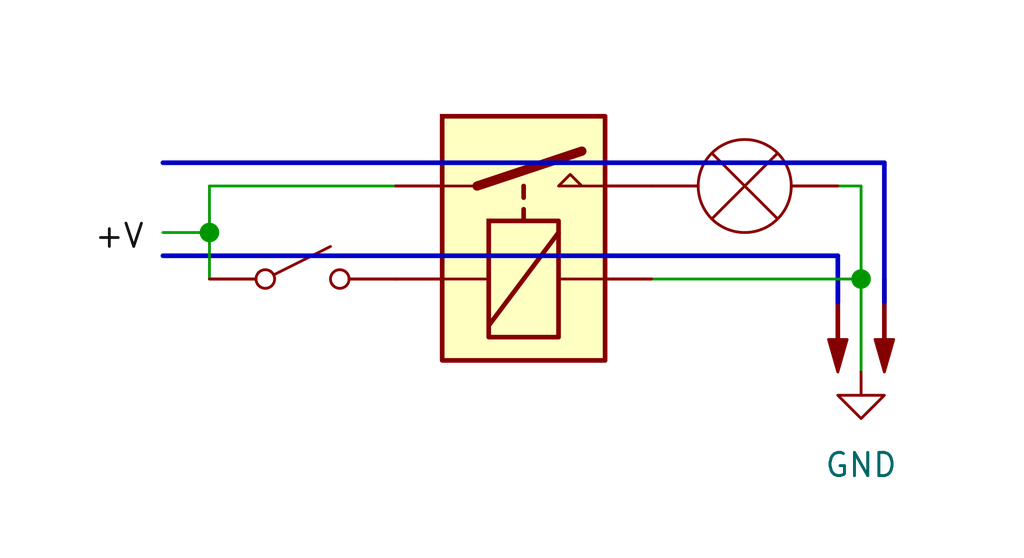
<source format=kicad_sch>
(kicad_sch (version 20250114) (generator "eeschema") (generator_version "9.0")
  (paper "User" 55.88 30.48)
  (lib_symbols
    (symbol "Device:Lamp" (pin_numbers (hide yes)) (pin_names (offset 0.0254) (hide yes))
      (property "Reference" "LA" (at 0.635 3.81 0))
      (property "Value" "Lamp" (at 0.635 -3.81 0))
      (symbol "Lamp_0_1"
        (polyline (pts (xy -1.778 1.778) (xy 1.778 -1.778)))
        (circle (center 0 0) (radius 2.54))
        (polyline (pts (xy 1.778 1.778) (xy -1.778 -1.778)))
      )
      (symbol "Lamp_1_1"
        (pin passive line (at 0 5.08 270) (length 2.54) (name "+") (number "2"))
        (pin passive line (at 0 -5.08 90) (length 2.54) (name "-") (number "1"))
      )
    )
    (symbol "Graphic:SYM_Arrow_Normal" (pin_numbers (hide yes)) (pin_names (hide yes)) (in_bom no) (on_board no)
      (symbol "SYM_Arrow_Normal_0_1"
        (polyline (pts (xy 1.524 0) (xy -2.54 0)) (stroke (width 0.254)))
        (polyline (pts (xy 2.54 0) (xy 0.762 -0.508) (xy 0.762 0.508) (xy 2.54 0)) (fill (type outline)))
      )
    )
    (symbol "SYM_Arrow_Normal_1" (pin_numbers (hide yes)) (pin_names (hide yes)) (in_bom no) (on_board no)
      (symbol "SYM_Arrow_Normal_1_0_1"
        (polyline (pts (xy 1.524 0) (xy -2.54 0)) (stroke (width 0.254)))
        (polyline (pts (xy 2.54 0) (xy 0.762 -0.508) (xy 0.762 0.508) (xy 2.54 0)) (fill (type outline)))
      )
    )
    (symbol "Switch:SW_DPST_x2" (pin_numbers (hide yes)) (pin_names (offset 0) (hide yes))
      (property "Reference" "SW" (at 0 3.175 0))
      (property "Value" "SW_DPST_x2" (at 0 -2.54 0))
      (symbol "SW_DPST_x2_0_0"
        (circle (center -2.032 0) (radius 0.508))
        (polyline (pts (xy -1.524 0.254) (xy 1.524 1.778)))
        (circle (center 2.032 0) (radius 0.508))
      )
      (symbol "SW_DPST_x2_1_1"
        (pin passive line (at -5.08 0 0) (length 2.54) (name "A") (number "1"))
        (pin passive line (at 5.08 0 180) (length 2.54) (name "B") (number "2"))
      )
      (symbol "SW_DPST_x2_2_1"
        (pin passive line (at -5.08 0 0) (length 2.54) (name "A") (number "3"))
        (pin passive line (at 5.08 0 180) (length 2.54) (name "B") (number "4"))
      )
    )
    (symbol "power:GND" (power) (pin_numbers (hide yes)) (pin_names (offset 0) (hide yes))
      (property "Value" "GND" (at 0 -3.81 0))
      (symbol "GND_0_1"
        (polyline (pts (xy 0 0) (xy 0 -1.27) (xy 1.27 -1.27) (xy 0 -2.54) (xy -1.27 -1.27) (xy 0 -1.27)))
      )
      (symbol "GND_1_1"
        (pin power_in line (at 0 0 270) (length 0) (name "~") (number "1"))
      )
    )
    (symbol "relay:4PDT" (pin_numbers (hide yes))
      (symbol "4PDT_0_1"
        (rectangle (start 5.08 -10.16) (end 13.97 -23.495) (stroke (width 0.254)) (fill (type background)))
        (polyline (pts (xy 5.08 -13.97) (xy 6.985 -13.97)))
        (polyline (pts (xy 5.08 -19.05) (xy 7.62 -19.05)))
        (polyline (pts (xy 6.985 -13.97) (xy 12.7 -12.065)) (stroke (width 0.508)))
        (polyline (pts (xy 7.62 -21.59) (xy 11.43 -16.51)) (stroke (width 0.254)))
        (polyline (pts (xy 9.525 -14.605) (xy 9.525 -13.97)) (stroke (width 0.254)))
        (polyline (pts (xy 9.525 -15.875) (xy 9.525 -15.24)) (stroke (width 0.254)))
        (polyline (pts (xy 11.43 -19.05) (xy 13.97 -19.05)))
        (polyline (pts (xy 13.97 -13.97) (xy 11.43 -13.97) (xy 12.065 -13.335) (xy 12.7 -13.97)))
      )
      (symbol "4PDT_1_1"
        (rectangle (start 11.43 -15.875) (end 7.62 -22.225) (stroke (width 0.254)))
        (pin passive line (at 2.54 -13.97 0) (length 2.54) (name "") (number "12"))
        (pin passive line (at 2.54 -19.05 0) (length 2.54) (name "") (number "14"))
        (pin passive line (at 16.51 -13.97 180) (length 2.54) (name "") (number "8"))
        (pin passive line (at 16.51 -19.05 180) (length 2.54) (name "") (number "13"))
      )
    )
  )
  (junction (at 11.43 12.7))
  (junction (at 46.99 15.24))
  (wire (pts (xy 11.43 12.7) (xy 11.43 10.16)))
  (wire (pts (xy 11.43 15.24) (xy 11.43 12.7)))
  (wire (pts (xy 46.99 15.24) (xy 46.99 20.32)))
  (polyline (pts (xy 45.72 13.97) (xy 45.72 16.51)))
  (polyline (pts (xy 48.26 8.89) (xy 48.26 16.51)) (stroke (width 0.254) (type solid)))
  (polyline (pts (xy 45.72 13.97) (xy 45.72 16.51)))
  (polyline (pts (xy 8.89 8.89) (xy 48.26 8.89)) (stroke (width 0.254) (type solid)))
  (wire (pts (xy 46.99 10.16) (xy 46.99 15.24)))
  (wire (pts (xy 45.72 10.16) (xy 46.99 10.16)))
  (wire (pts (xy 11.43 10.16) (xy 21.59 10.16)))
  (wire (pts (xy 8.89 12.7) (xy 11.43 12.7)))
  (wire (pts (xy 35.56 15.24) (xy 46.99 15.24)))
  (polyline (pts (xy 45.72 13.97) (xy 45.72 16.51)) (stroke (width 0.254) (type solid)))
  (polyline (pts (xy 8.89 13.97) (xy 45.72 13.97)) (stroke (width 0.254) (type solid)))
  (label "+V" (at 5.08 13.97 0))
  (symbol (lib_id "Graphic:SYM_Arrow_Normal") (at 48.26 17.78 270) (unit 1) (exclude_from_sim yes) (in_bom no) (on_board no)
    (property "Reference" "#SYM4" (effects (hide yes)))
    (property "Value" "SYM_Arrow_Normal" (effects (hide yes)))
    (property "Description" "Filled arrow, 200mil" (effects (hide yes)))
  )
  (symbol (lib_id "relay:4PDT") (at 19.05 -3.81 0) (unit 1)
    (property "Reference" "K5" (effects (hide yes)))
    (property "Value" "4PDT" (effects (hide yes)))
    (property "Footprint" "relay:MY4N socket" (effects (hide yes)))
    (property "Datasheet" "https://edata.omron.com.au/eData/Relays/J111-E1-03.pdf" (effects (hide yes)))
  )
  (symbol (lib_id "power:GND") (at 46.99 20.32 0) (unit 1)
    (property "Reference" "#PWR04" (effects (hide yes)))
    (property "Value" "GND" (at 46.99 25.4 0))
    (property "Description" "Power symbol creates a global label with name \"GND\" , ground" (effects (hide yes)))
  )
  (symbol (lib_id "Device:Lamp") (at 40.64 10.16 90) (unit 1)
    (property "Reference" "LA2" (effects (hide yes)))
    (property "Value" "Lamp" (effects (hide yes)))
    (property "Description" "Lamp" (effects (hide yes)))
  )
  (symbol (lib_id "Switch:SW_DPST_x2") (at 16.51 15.24 0) (unit 1)
    (property "Reference" "SW4" (effects (hide yes)))
    (property "Value" "SW_DPST_x2" (effects (hide yes)))
    (property "Description" "Single Pole Single Throw (SPST) switch, separate symbol" (effects (hide yes)))
  )
  (symbol (lib_name "SYM_Arrow_Normal_1") (lib_id "Graphic:SYM_Arrow_Normal") (at 45.72 17.78 270) (unit 1) (exclude_from_sim yes) (in_bom no) (on_board no)
    (property "Reference" "#SYM3" (effects (hide yes)))
    (property "Value" "SYM_Arrow_Normal" (effects (hide yes)))
    (property "Description" "Filled arrow, 200mil" (effects (hide yes)))
  )
)
</source>
